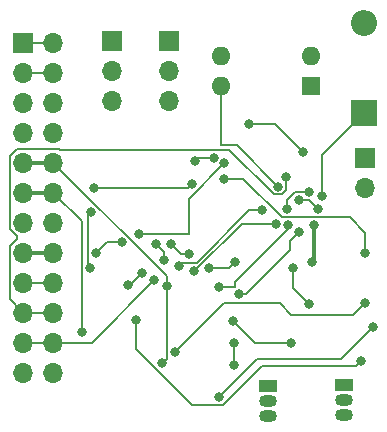
<source format=gbl>
G04 #@! TF.GenerationSoftware,KiCad,Pcbnew,(5.1.6)-1*
G04 #@! TF.CreationDate,2022-01-24T22:45:59-06:00*
G04 #@! TF.ProjectId,bassDrum,62617373-4472-4756-9d2e-6b696361645f,rev?*
G04 #@! TF.SameCoordinates,Original*
G04 #@! TF.FileFunction,Copper,L2,Bot*
G04 #@! TF.FilePolarity,Positive*
%FSLAX46Y46*%
G04 Gerber Fmt 4.6, Leading zero omitted, Abs format (unit mm)*
G04 Created by KiCad (PCBNEW (5.1.6)-1) date 2022-01-24 22:45:59*
%MOMM*%
%LPD*%
G01*
G04 APERTURE LIST*
G04 #@! TA.AperFunction,ComponentPad*
%ADD10R,1.700000X1.700000*%
G04 #@! TD*
G04 #@! TA.AperFunction,ComponentPad*
%ADD11O,1.700000X1.700000*%
G04 #@! TD*
G04 #@! TA.AperFunction,ComponentPad*
%ADD12R,1.500000X1.050000*%
G04 #@! TD*
G04 #@! TA.AperFunction,ComponentPad*
%ADD13O,1.500000X1.050000*%
G04 #@! TD*
G04 #@! TA.AperFunction,ComponentPad*
%ADD14R,1.600000X1.600000*%
G04 #@! TD*
G04 #@! TA.AperFunction,ComponentPad*
%ADD15O,1.600000X1.600000*%
G04 #@! TD*
G04 #@! TA.AperFunction,ComponentPad*
%ADD16R,2.200000X2.200000*%
G04 #@! TD*
G04 #@! TA.AperFunction,ComponentPad*
%ADD17O,2.200000X2.200000*%
G04 #@! TD*
G04 #@! TA.AperFunction,ViaPad*
%ADD18C,0.800000*%
G04 #@! TD*
G04 #@! TA.AperFunction,Conductor*
%ADD19C,0.152400*%
G04 #@! TD*
G04 #@! TA.AperFunction,Conductor*
%ADD20C,0.304800*%
G04 #@! TD*
G04 APERTURE END LIST*
D10*
X88849200Y-84785200D03*
D11*
X91389200Y-84785200D03*
X88849200Y-87325200D03*
X91389200Y-87325200D03*
X88849200Y-89865200D03*
X91389200Y-89865200D03*
X88849200Y-92405200D03*
X91389200Y-92405200D03*
X88849200Y-94945200D03*
X91389200Y-94945200D03*
X88849200Y-97485200D03*
X91389200Y-97485200D03*
X88849200Y-100025200D03*
X91389200Y-100025200D03*
X88849200Y-102565200D03*
X91389200Y-102565200D03*
X88849200Y-105105200D03*
X91389200Y-105105200D03*
X88849200Y-107645200D03*
X91389200Y-107645200D03*
X88849200Y-110185200D03*
X91389200Y-110185200D03*
X88849200Y-112725200D03*
X91389200Y-112725200D03*
D10*
X96367600Y-84683600D03*
D11*
X96367600Y-87223600D03*
X96367600Y-89763600D03*
X101168200Y-89712800D03*
X101168200Y-87172800D03*
D10*
X101168200Y-84632800D03*
D12*
X109524800Y-113817400D03*
D13*
X109524800Y-116357400D03*
X109524800Y-115087400D03*
X115951000Y-115036600D03*
X115951000Y-116306600D03*
D12*
X115951000Y-113766600D03*
D14*
X113157000Y-88417400D03*
D15*
X105537000Y-85877400D03*
X113157000Y-85877400D03*
X105537000Y-88417400D03*
D16*
X117652800Y-90779600D03*
D17*
X117652800Y-83159600D03*
D10*
X117779800Y-94538800D03*
D11*
X117779800Y-97078800D03*
D18*
X106680000Y-112064800D03*
X106654600Y-110236000D03*
X105435400Y-105511600D03*
X111235570Y-100266499D03*
X114122200Y-97764600D03*
X113423700Y-100266500D03*
X113309400Y-103339900D03*
X117424200Y-111760000D03*
X98399600Y-108229400D03*
X94465700Y-103860600D03*
X94606754Y-99119046D03*
X94843600Y-97129600D03*
X103130868Y-96755468D03*
X106730800Y-103378000D03*
X104546400Y-103886000D03*
X102887846Y-102710046D03*
X101320600Y-101863600D03*
X100050600Y-101863600D03*
X100736400Y-103216000D03*
X98856800Y-104292400D03*
X97688400Y-105308400D03*
X113030000Y-106934000D03*
X111633000Y-103835200D03*
X100965000Y-105359200D03*
X103327200Y-104114600D03*
X110236000Y-100126800D03*
X100609400Y-111912400D03*
X93789500Y-109308900D03*
X101701600Y-110985300D03*
X117729000Y-106857800D03*
X95008877Y-102577723D03*
X97159454Y-101671746D03*
X99898200Y-104902000D03*
X101981000Y-103708200D03*
X109011800Y-98983800D03*
X113029199Y-97444000D03*
X111150400Y-98914099D03*
X111099600Y-96139000D03*
X112496600Y-94005400D03*
X107924600Y-91694000D03*
X111531400Y-110185200D03*
X106578400Y-108331000D03*
X98628200Y-100995546D03*
X105862429Y-94980200D03*
X104977914Y-94513686D03*
X103361222Y-94809578D03*
X105867200Y-96332600D03*
X117805200Y-102565200D03*
X107120401Y-106096802D03*
X112166400Y-100822200D03*
X113792738Y-98847200D03*
X112166400Y-98120200D03*
X110423400Y-96968411D03*
X105410000Y-114782600D03*
X118465600Y-108864400D03*
D19*
X106680000Y-112064800D02*
X106680000Y-110261400D01*
X106680000Y-110261400D02*
X106654600Y-110236000D01*
X105435400Y-105511600D02*
X106781600Y-105511600D01*
X106781600Y-105511600D02*
X106781600Y-105054400D01*
X106781600Y-105054400D02*
X111235570Y-100600430D01*
X111235570Y-100600430D02*
X111235570Y-100266499D01*
X114122200Y-94310200D02*
X117652800Y-90779600D01*
X114122200Y-97764600D02*
X114122200Y-94310200D01*
D20*
X113423700Y-100266500D02*
X113423700Y-103225600D01*
X113423700Y-103225600D02*
X113309400Y-103339900D01*
D19*
X98399600Y-110703378D02*
X98399600Y-108229400D01*
X117424200Y-111760000D02*
X117024201Y-112159999D01*
X109033379Y-112159999D02*
X105734577Y-115458801D01*
X117024201Y-112159999D02*
X109033379Y-112159999D01*
X105734577Y-115458801D02*
X103155023Y-115458801D01*
X103155023Y-115458801D02*
X98399600Y-110703378D01*
X94332676Y-99393124D02*
X94606754Y-99119046D01*
X94465700Y-103860600D02*
X94332676Y-103727576D01*
X94332676Y-103727576D02*
X94332676Y-99393124D01*
X94843600Y-97129600D02*
X102756736Y-97129600D01*
X102756736Y-97129600D02*
X103130868Y-96755468D01*
X106730800Y-103378000D02*
X106222800Y-103886000D01*
X106222800Y-103886000D02*
X104546400Y-103886000D01*
X102887846Y-102710046D02*
X102167046Y-102710046D01*
X102167046Y-102710046D02*
X101320600Y-101863600D01*
X100050600Y-101863600D02*
X100736400Y-102549400D01*
X100736400Y-102549400D02*
X100736400Y-103216000D01*
X98856800Y-104292400D02*
X97840800Y-105308400D01*
X97840800Y-105308400D02*
X97688400Y-105308400D01*
X113030000Y-106934000D02*
X111633000Y-105537000D01*
X111633000Y-105537000D02*
X111633000Y-103835200D01*
X88849200Y-84785200D02*
X91389200Y-84785200D01*
X88849200Y-87325200D02*
X91389200Y-87325200D01*
D20*
X88849200Y-94945200D02*
X91389200Y-94945200D01*
D19*
X91389200Y-94945200D02*
X100965000Y-104521000D01*
X100965000Y-104521000D02*
X100965000Y-105359200D01*
X103327200Y-104114600D02*
X107315000Y-100126800D01*
X107315000Y-100126800D02*
X110236000Y-100126800D01*
X100965000Y-105359200D02*
X100965000Y-111556800D01*
X100965000Y-111556800D02*
X100609400Y-111912400D01*
D20*
X88849200Y-97485200D02*
X91389200Y-97485200D01*
D19*
X91389200Y-97485200D02*
X93789500Y-99885500D01*
X93789500Y-99885500D02*
X93789500Y-109308900D01*
X101701600Y-110985300D02*
X105829100Y-106857800D01*
X105829100Y-106857800D02*
X110566200Y-106857800D01*
X110566200Y-106857800D02*
X111531400Y-107823000D01*
X116763800Y-107823000D02*
X117729000Y-106857800D01*
X111531400Y-107823000D02*
X116763800Y-107823000D01*
D20*
X88849200Y-102565200D02*
X91389200Y-102565200D01*
D19*
X95008877Y-102577723D02*
X95914854Y-101671746D01*
X95914854Y-101671746D02*
X97159454Y-101671746D01*
X88849200Y-105105200D02*
X91389200Y-105105200D01*
X88849200Y-110185200D02*
X91389200Y-110185200D01*
X91389200Y-110185200D02*
X94615000Y-110185200D01*
X94615000Y-110185200D02*
X99898200Y-104902000D01*
X103505019Y-103438399D02*
X107959618Y-98983800D01*
X107959618Y-98983800D02*
X109011800Y-98983800D01*
X101981000Y-103708200D02*
X102250801Y-103438399D01*
X102250801Y-103438399D02*
X103505019Y-103438399D01*
X111841822Y-97444000D02*
X113029199Y-97444000D01*
X111150400Y-98135422D02*
X111841822Y-97444000D01*
X111150400Y-98914099D02*
X111150400Y-98135422D01*
X87722999Y-106518999D02*
X88849200Y-107645200D01*
X88308623Y-101438999D02*
X87722999Y-102024623D01*
X88308623Y-101151401D02*
X88308623Y-101438999D01*
X87722999Y-102024623D02*
X87722999Y-106518999D01*
X87722999Y-100565777D02*
X88308623Y-101151401D01*
X87722999Y-94404623D02*
X87722999Y-100565777D01*
X88308623Y-93818999D02*
X87722999Y-94404623D01*
X91929777Y-93818999D02*
X88308623Y-93818999D01*
X91948263Y-93837485D02*
X91929777Y-93818999D01*
X106291696Y-93837485D02*
X91948263Y-93837485D01*
X110098823Y-97644612D02*
X106291696Y-93837485D01*
X110747977Y-97644612D02*
X110098823Y-97644612D01*
X111099600Y-97292989D02*
X110747977Y-97644612D01*
X111099600Y-96139000D02*
X111099600Y-97292989D01*
X88849200Y-107645200D02*
X91389200Y-107645200D01*
X112496600Y-94005400D02*
X110185200Y-91694000D01*
X110185200Y-91694000D02*
X107924600Y-91694000D01*
X111531400Y-110185200D02*
X108432600Y-110185200D01*
X108432600Y-110185200D02*
X106578400Y-108331000D01*
X98628200Y-100995546D02*
X102839454Y-100995546D01*
X102839454Y-100995546D02*
X102839454Y-98003175D01*
X102839454Y-98003175D02*
X105862429Y-94980200D01*
X104977914Y-94513686D02*
X103657114Y-94513686D01*
X103657114Y-94513686D02*
X103361222Y-94809578D01*
X110700277Y-99590299D02*
X116481299Y-99590299D01*
X105867200Y-96332600D02*
X107442578Y-96332600D01*
X107442578Y-96332600D02*
X110700277Y-99590299D01*
X116481299Y-99590299D02*
X117805200Y-100914200D01*
X117805200Y-100914200D02*
X117805200Y-102565200D01*
X105537000Y-90994184D02*
X105537000Y-88417400D01*
X107686086Y-106096802D02*
X111446288Y-102336600D01*
X107120401Y-106096802D02*
X107686086Y-106096802D01*
X111446288Y-102336600D02*
X111446288Y-101542312D01*
X111446288Y-101542312D02*
X112166400Y-100822200D01*
X113792738Y-98847200D02*
X113065738Y-98120200D01*
X113065738Y-98120200D02*
X112166400Y-98120200D01*
X105537000Y-90994184D02*
X105537000Y-93470730D01*
X105537000Y-93470730D02*
X106925719Y-93470730D01*
X106925719Y-93470730D02*
X110423400Y-96968411D01*
X105410000Y-114782600D02*
X108610400Y-111582200D01*
X108610400Y-111582200D02*
X115747800Y-111582200D01*
X115747800Y-111582200D02*
X118465600Y-108864400D01*
M02*

</source>
